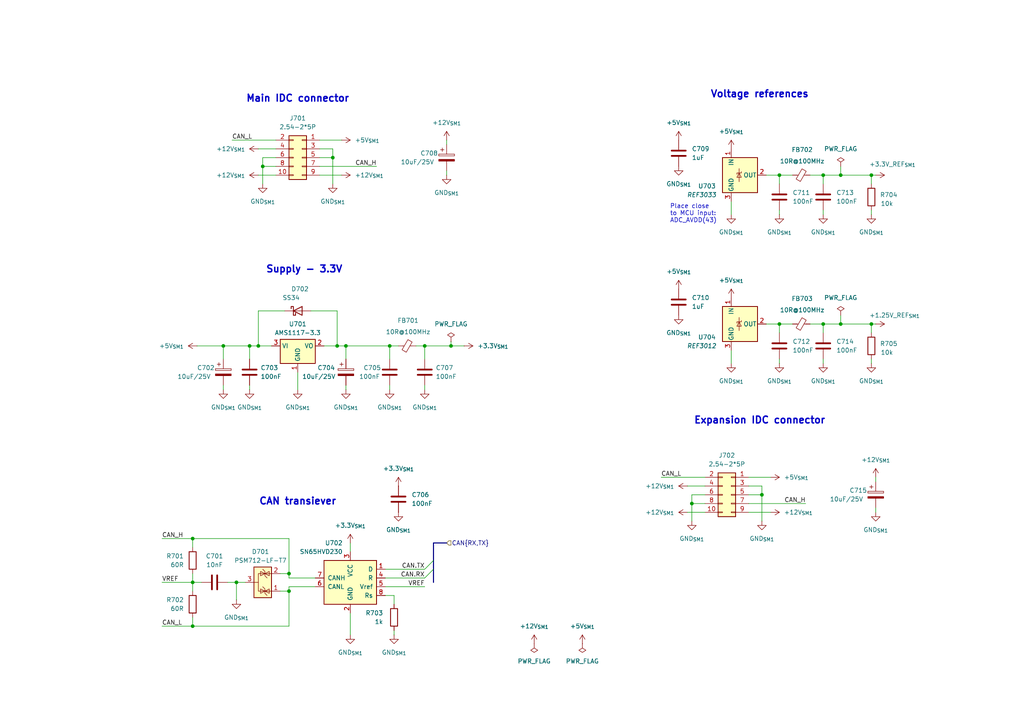
<source format=kicad_sch>
(kicad_sch (version 20231120) (generator "eeschema") (generator_version "8.0")
  (paper "A4")
  (title_block (title "Sensor multi-board") (date "2024-06-17") (rev "${VERSION}") (company "TrendBit s.r.o.") (comment 1 "Designed by: Petr Malaník"))
  (lib_symbols
    (symbol "Connector_Generic:Conn_02x05_Odd_Even" (pin_names (offset 1.016) hide)
      (property "Reference" "J" (at 1.27 7.62 0))
      (property "Value" "Conn_02x05_Odd_Even" (at 1.27 -7.62 0))
      (symbol "Conn_02x05_Odd_Even_1_1"
        (rectangle (start -1.27 -4.953) (end 0 -5.207) (stroke (width 0.1524)))
        (rectangle (start -1.27 -2.413) (end 0 -2.667) (stroke (width 0.1524)))
        (rectangle (start -1.27 0.127) (end 0 -0.127) (stroke (width 0.1524)))
        (rectangle (start -1.27 2.667) (end 0 2.413) (stroke (width 0.1524)))
        (rectangle (start -1.27 5.207) (end 0 4.953) (stroke (width 0.1524)))
        (rectangle (start -1.27 6.35) (end 3.81 -6.35) (stroke (width 0.254)) (fill (type background)))
        (rectangle (start 3.81 -4.953) (end 2.54 -5.207) (stroke (width 0.1524)))
        (rectangle (start 3.81 -2.413) (end 2.54 -2.667) (stroke (width 0.1524)))
        (rectangle (start 3.81 0.127) (end 2.54 -0.127) (stroke (width 0.1524)))
        (rectangle (start 3.81 2.667) (end 2.54 2.413) (stroke (width 0.1524)))
        (rectangle (start 3.81 5.207) (end 2.54 4.953) (stroke (width 0.1524)))
        (pin passive line (at -5.08 5.08 0) (length 3.81) (name "Pin_1") (number "1"))
        (pin passive line (at 7.62 -5.08 180) (length 3.81) (name "Pin_10") (number "10"))
        (pin passive line (at 7.62 5.08 180) (length 3.81) (name "Pin_2") (number "2"))
        (pin passive line (at -5.08 2.54 0) (length 3.81) (name "Pin_3") (number "3"))
        (pin passive line (at 7.62 2.54 180) (length 3.81) (name "Pin_4") (number "4"))
        (pin passive line (at -5.08 0 0) (length 3.81) (name "Pin_5") (number "5"))
        (pin passive line (at 7.62 0 180) (length 3.81) (name "Pin_6") (number "6"))
        (pin passive line (at -5.08 -2.54 0) (length 3.81) (name "Pin_7") (number "7"))
        (pin passive line (at 7.62 -2.54 180) (length 3.81) (name "Pin_8") (number "8"))
        (pin passive line (at -5.08 -5.08 0) (length 3.81) (name "Pin_9") (number "9"))
      )
    )
    (symbol "Device:C" (pin_numbers hide) (pin_names (offset 0.254))
      (property "Reference" "C" (at 0.635 2.54 0))
      (property "Value" "C" (at 0.635 -2.54 0))
      (symbol "C_0_1"
        (polyline (pts (xy -2.032 -0.762) (xy 2.032 -0.762)) (stroke (width 0.508)))
        (polyline (pts (xy -2.032 0.762) (xy 2.032 0.762)) (stroke (width 0.508)))
      )
      (symbol "C_1_1"
        (pin passive line (at 0 3.81 270) (length 2.794) (name "~") (number "1"))
        (pin passive line (at 0 -3.81 90) (length 2.794) (name "~") (number "2"))
      )
    )
    (symbol "Device:C_Polarized" (pin_numbers hide) (pin_names (offset 0.254))
      (property "Reference" "C" (at 0.635 2.54 0))
      (property "Value" "C_Polarized" (at 0.635 -2.54 0))
      (symbol "C_Polarized_0_1"
        (rectangle (start -2.286 0.508) (end 2.286 1.016))
        (polyline (pts (xy -1.778 2.286) (xy -0.762 2.286)))
        (polyline (pts (xy -1.27 2.794) (xy -1.27 1.778)))
        (rectangle (start 2.286 -0.508) (end -2.286 -1.016) (fill (type outline)))
      )
      (symbol "C_Polarized_1_1"
        (pin passive line (at 0 3.81 270) (length 2.794) (name "~") (number "1"))
        (pin passive line (at 0 -3.81 90) (length 2.794) (name "~") (number "2"))
      )
    )
    (symbol "Device:D_Schottky" (pin_numbers hide) (pin_names (offset 1.016) hide)
      (property "Reference" "D" (at 0 2.54 0))
      (property "Value" "D_Schottky" (at 0 -2.54 0))
      (symbol "D_Schottky_0_1"
        (polyline (pts (xy 1.27 0) (xy -1.27 0)))
        (polyline (pts (xy 1.27 1.27) (xy 1.27 -1.27) (xy -1.27 0) (xy 1.27 1.27)) (stroke (width 0.254)))
        (polyline (pts (xy -1.905 0.635) (xy -1.905 1.27) (xy -1.27 1.27) (xy -1.27 -1.27) (xy -0.635 -1.27) (xy -0.635 -0.635)) (stroke (width 0.254)))
      )
      (symbol "D_Schottky_1_1"
        (pin passive line (at -3.81 0 0) (length 2.54) (name "K") (number "1"))
        (pin passive line (at 3.81 0 180) (length 2.54) (name "A") (number "2"))
      )
    )
    (symbol "Device:FerriteBead_Small" (pin_numbers hide) (pin_names (offset 0))
      (property "Reference" "FB" (at 1.905 1.27 0))
      (property "Value" "FerriteBead_Small" (at 1.905 -1.27 0))
      (symbol "FerriteBead_Small_0_1"
        (polyline (pts (xy 0 -1.27) (xy 0 -0.7874)))
        (polyline (pts (xy 0 0.889) (xy 0 1.2954)))
        (polyline (pts (xy -1.8288 0.2794) (xy -1.1176 1.4986) (xy 1.8288 -0.2032) (xy 1.1176 -1.4224) (xy -1.8288 0.2794)))
      )
      (symbol "FerriteBead_Small_1_1"
        (pin passive line (at 0 2.54 270) (length 1.27) (name "~") (number "1"))
        (pin passive line (at 0 -2.54 90) (length 1.27) (name "~") (number "2"))
      )
    )
    (symbol "Device:R" (pin_numbers hide) (pin_names (offset 0))
      (property "Reference" "R" (at 2.032 0 90))
      (property "Value" "R" (at 0 0 90))
      (symbol "R_0_1"
        (rectangle (start -1.016 -2.54) (end 1.016 2.54) (stroke (width 0.254)))
      )
      (symbol "R_1_1"
        (pin passive line (at 0 3.81 270) (length 1.27) (name "~") (number "1"))
        (pin passive line (at 0 -3.81 90) (length 1.27) (name "~") (number "2"))
      )
    )
    (symbol "Interface_CAN_LIN:SN65HVD230" (pin_names (offset 1.016))
      (property "Reference" "U" (at -2.54 10.16 0))
      (property "Value" "SN65HVD230" (at -2.54 7.62 0))
      (symbol "SN65HVD230_0_1"
        (rectangle (start -7.62 5.08) (end 7.62 -7.62) (stroke (width 0.254)) (fill (type background)))
      )
      (symbol "SN65HVD230_1_1"
        (pin input line (at -10.16 2.54 0) (length 2.54) (name "D") (number "1"))
        (pin power_in line (at 0 -10.16 90) (length 2.54) (name "GND") (number "2"))
        (pin power_in line (at 0 7.62 270) (length 2.54) (name "VCC") (number "3"))
        (pin output line (at -10.16 0 0) (length 2.54) (name "R") (number "4"))
        (pin output line (at -10.16 -2.54 0) (length 2.54) (name "Vref") (number "5"))
        (pin bidirectional line (at 10.16 -2.54 180) (length 2.54) (name "CANL") (number "6"))
        (pin bidirectional line (at 10.16 0 180) (length 2.54) (name "CANH") (number "7"))
        (pin input line (at -10.16 -5.08 0) (length 2.54) (name "Rs") (number "8"))
      )
    )
    (symbol "Power_Protection:NUP2105L" (pin_names hide)
      (property "Reference" "D" (at 5.715 2.54 0))
      (property "Value" "NUP2105L" (at 5.715 0.635 0))
      (symbol "NUP2105L_0_0"
        (pin passive line (at 0 -5.08 90) (length 2.54) (name "A") (number "3"))
      )
      (symbol "NUP2105L_0_1"
        (rectangle (start -4.445 2.54) (end 4.445 -2.54) (stroke (width 0.254)) (fill (type background)))
        (polyline (pts (xy -2.54 2.54) (xy -2.54 0.635)))
        (polyline (pts (xy 0 -1.27) (xy 0 -2.54)))
        (polyline (pts (xy 2.54 2.54) (xy 2.54 0.635)))
        (polyline (pts (xy -3.81 1.27) (xy -3.175 0.635) (xy -1.905 0.635) (xy -1.27 0)))
        (polyline (pts (xy -2.54 0.635) (xy -2.54 -1.27) (xy 2.54 -1.27) (xy 2.54 0.635)))
        (polyline (pts (xy -2.54 0.635) (xy -1.905 -0.635) (xy -3.175 -0.635) (xy -2.54 0.635)))
        (polyline (pts (xy 2.54 0.635) (xy 1.905 -0.635) (xy 3.175 -0.635) (xy 2.54 0.635)))
        (polyline (pts (xy 2.54 0.635) (xy 3.175 1.905) (xy 1.905 1.905) (xy 2.54 0.635)))
        (polyline (pts (xy -2.54 0.635) (xy -3.175 1.905) (xy -1.905 1.905) (xy -2.54 0.635) (xy -2.54 1.27)))
        (polyline (pts (xy 1.27 1.27) (xy 1.905 0.635) (xy 2.54 0.635) (xy 3.175 0.635) (xy 3.81 0)))
      )
      (symbol "NUP2105L_1_1"
        (pin passive line (at -2.54 5.08 270) (length 2.54) (name "K") (number "1"))
        (pin passive line (at 2.54 5.08 270) (length 2.54) (name "K") (number "2"))
      )
    )
    (symbol "Reference_Voltage:REF3012" (pin_names (offset 0.254))
      (property "Reference" "U" (at 0 6.35 0))
      (property "Value" "REF3012" (at 2.54 -6.35 0))
      (symbol "REF3012_0_1"
        (rectangle (start -5.08 5.08) (end 5.08 -5.08) (stroke (width 0.254)) (fill (type background)))
        (polyline (pts (xy -0.254 1.905) (xy -0.254 -1.905)))
        (polyline (pts (xy -0.889 -0.635) (xy 0.381 -0.635) (xy -0.254 0.635) (xy -0.889 -0.635)))
        (polyline (pts (xy 0.381 1.016) (xy 0.381 0.635) (xy -0.889 0.635) (xy -0.889 0.254)))
      )
      (symbol "REF3012_1_1"
        (pin power_in line (at -2.54 7.62 270) (length 2.54) (name "IN") (number "1"))
        (pin power_out line (at 7.62 0 180) (length 2.54) (name "OUT") (number "2"))
        (pin power_in line (at -2.54 -7.62 90) (length 2.54) (name "GND") (number "3"))
      )
    )
    (symbol "Reference_Voltage:REF3033" (pin_names (offset 0.254))
      (property "Reference" "U" (at 0 6.35 0))
      (property "Value" "REF3033" (at 2.54 -6.35 0))
      (symbol "REF3033_0_1"
        (rectangle (start -5.08 5.08) (end 5.08 -5.08) (stroke (width 0.254)) (fill (type background)))
        (polyline (pts (xy -0.254 1.905) (xy -0.254 -1.905)))
        (polyline (pts (xy -0.889 -0.635) (xy 0.381 -0.635) (xy -0.254 0.635) (xy -0.889 -0.635)))
        (polyline (pts (xy 0.381 1.016) (xy 0.381 0.635) (xy -0.889 0.635) (xy -0.889 0.254)))
      )
      (symbol "REF3033_1_1"
        (pin power_in line (at -2.54 7.62 270) (length 2.54) (name "IN") (number "1"))
        (pin power_out line (at 7.62 0 180) (length 2.54) (name "OUT") (number "2"))
        (pin power_in line (at -2.54 -7.62 90) (length 2.54) (name "GND") (number "3"))
      )
    )
    (symbol "Regulator_Linear:AMS1117-3.3"
      (property "Reference" "U" (at -3.81 3.175 0))
      (property "Value" "AMS1117-3.3" (at 0 3.175 0))
      (symbol "AMS1117-3.3_0_1"
        (rectangle (start -5.08 -5.08) (end 5.08 1.905) (stroke (width 0.254)) (fill (type background)))
      )
      (symbol "AMS1117-3.3_1_1"
        (pin power_in line (at 0 -7.62 90) (length 2.54) (name "GND") (number "1"))
        (pin power_out line (at 7.62 0 180) (length 2.54) (name "VO") (number "2"))
        (pin power_in line (at -7.62 0 0) (length 2.54) (name "VI") (number "3"))
      )
    )
    (symbol "power:+12V" (power) (pin_numbers hide) (pin_names (offset 0) hide)
      (property "Value" "+12V" (at 0 3.556 0))
      (symbol "+12V_0_1"
        (polyline (pts (xy -0.762 1.27) (xy 0 2.54)))
        (polyline (pts (xy 0 0) (xy 0 2.54)))
        (polyline (pts (xy 0 2.54) (xy 0.762 1.27)))
      )
      (symbol "+12V_1_1"
        (pin power_in line (at 0 0 90) (length 0) (name "~") (number "1"))
      )
    )
    (symbol "power:+3.3V" (power) (pin_numbers hide) (pin_names (offset 0) hide)
      (property "Value" "+3.3V" (at 0 3.556 0))
      (symbol "+3.3V_0_1"
        (polyline (pts (xy -0.762 1.27) (xy 0 2.54)))
        (polyline (pts (xy 0 0) (xy 0 2.54)))
        (polyline (pts (xy 0 2.54) (xy 0.762 1.27)))
      )
      (symbol "+3.3V_1_1"
        (pin power_in line (at 0 0 90) (length 0) (name "~") (number "1"))
      )
    )
    (symbol "power:+5V" (power) (pin_numbers hide) (pin_names (offset 0) hide)
      (property "Value" "+5V" (at 0 3.556 0))
      (symbol "+5V_0_1"
        (polyline (pts (xy -0.762 1.27) (xy 0 2.54)))
        (polyline (pts (xy 0 0) (xy 0 2.54)))
        (polyline (pts (xy 0 2.54) (xy 0.762 1.27)))
      )
      (symbol "+5V_1_1"
        (pin power_in line (at 0 0 90) (length 0) (name "~") (number "1"))
      )
    )
    (symbol "power:GND" (power) (pin_numbers hide) (pin_names (offset 0) hide)
      (property "Value" "GND" (at 0 -3.81 0))
      (symbol "GND_0_1"
        (polyline (pts (xy 0 0) (xy 0 -1.27) (xy 1.27 -1.27) (xy 0 -2.54) (xy -1.27 -1.27) (xy 0 -1.27)))
      )
      (symbol "GND_1_1"
        (pin power_in line (at 0 0 270) (length 0) (name "~") (number "1"))
      )
    )
    (symbol "power:PWR_FLAG" (power) (pin_numbers hide) (pin_names (offset 0) hide)
      (property "Value" "PWR_FLAG" (at 0 3.81 0))
      (symbol "PWR_FLAG_0_0"
        (pin power_out line (at 0 0 90) (length 0) (name "~") (number "1"))
      )
      (symbol "PWR_FLAG_0_1"
        (polyline (pts (xy 0 0) (xy 0 1.27) (xy -1.016 1.905) (xy 0 2.54) (xy 1.016 1.905) (xy 0 1.27)))
      )
    )
  )
  (junction (at 100.33 100.33))
  (junction (at 97.79 100.33))
  (junction (at 238.76 50.8))
  (junction (at 238.76 93.98))
  (junction (at 72.39 100.33))
  (junction (at 123.19 100.33))
  (junction (at 64.77 100.33))
  (junction (at 55.88 156.21))
  (junction (at 76.2 48.26))
  (junction (at 243.84 50.8))
  (junction (at 200.66 146.05))
  (junction (at 226.06 50.8))
  (junction (at 252.73 93.98))
  (junction (at 55.88 168.91))
  (junction (at 83.82 166.37))
  (junction (at 243.84 93.98))
  (junction (at 130.81 100.33))
  (junction (at 226.06 93.98))
  (junction (at 96.52 45.72))
  (junction (at 74.93 100.33))
  (junction (at 68.58 168.91))
  (junction (at 252.73 50.8))
  (junction (at 220.98 143.51))
  (junction (at 55.88 181.61))
  (junction (at 113.03 100.33))
  (junction (at 83.82 171.45))
  (bus_entry (at 125.73 165.1) (size -2.54 2.54))
  (bus_entry (at 125.73 162.56) (size -2.54 2.54))
  (wire (pts (xy 252.73 93.98) (xy 254 93.98)))
  (wire (pts (xy 234.95 93.98) (xy 238.76 93.98)))
  (wire (pts (xy 74.93 43.18) (xy 80.01 43.18)))
  (wire (pts (xy 226.06 93.98) (xy 229.87 93.98)))
  (wire (pts (xy 217.17 143.51) (xy 220.98 143.51)))
  (wire (pts (xy 226.06 60.96) (xy 226.06 62.23)))
  (wire (pts (xy 226.06 50.8) (xy 226.06 53.34)))
  (wire (pts (xy 92.71 43.18) (xy 96.52 43.18)))
  (wire (pts (xy 71.12 168.91) (xy 68.58 168.91)))
  (wire (pts (xy 96.52 43.18) (xy 96.52 45.72)))
  (wire (pts (xy 111.76 165.1) (xy 123.19 165.1)))
  (bus (pts (xy 129.54 157.48) (xy 125.73 157.48)))
  (wire (pts (xy 83.82 156.21) (xy 83.82 166.37)))
  (wire (pts (xy 99.06 50.8) (xy 92.71 50.8)))
  (wire (pts (xy 64.77 113.03) (xy 64.77 111.76)))
  (bus (pts (xy 125.73 165.1) (xy 125.73 168.91)))
  (wire (pts (xy 74.93 50.8) (xy 80.01 50.8)))
  (wire (pts (xy 129.54 40.64) (xy 129.54 41.91)))
  (wire (pts (xy 101.6 157.48) (xy 101.6 160.02)))
  (wire (pts (xy 83.82 181.61) (xy 55.88 181.61)))
  (wire (pts (xy 111.76 172.72) (xy 114.3 172.72)))
  (wire (pts (xy 80.01 40.64) (xy 67.31 40.64)))
  (wire (pts (xy 72.39 113.03) (xy 72.39 111.76)))
  (wire (pts (xy 72.39 100.33) (xy 72.39 104.14)))
  (wire (pts (xy 130.81 99.06) (xy 130.81 100.33)))
  (wire (pts (xy 57.15 100.33) (xy 64.77 100.33)))
  (wire (pts (xy 55.88 168.91) (xy 55.88 171.45)))
  (wire (pts (xy 252.73 104.14) (xy 252.73 105.41)))
  (wire (pts (xy 238.76 50.8) (xy 238.76 53.34)))
  (wire (pts (xy 200.66 146.05) (xy 204.47 146.05)))
  (wire (pts (xy 200.66 146.05) (xy 200.66 151.13)))
  (wire (pts (xy 217.17 146.05) (xy 233.68 146.05)))
  (wire (pts (xy 80.01 45.72) (xy 76.2 45.72)))
  (wire (pts (xy 78.74 100.33) (xy 74.93 100.33)))
  (wire (pts (xy 252.73 50.8) (xy 254 50.8)))
  (wire (pts (xy 212.09 105.41) (xy 212.09 101.6)))
  (wire (pts (xy 123.19 113.03) (xy 123.19 111.76)))
  (wire (pts (xy 217.17 138.43) (xy 223.52 138.43)))
  (wire (pts (xy 204.47 138.43) (xy 191.77 138.43)))
  (wire (pts (xy 243.84 48.26) (xy 243.84 50.8)))
  (wire (pts (xy 123.19 167.64) (xy 111.76 167.64)))
  (wire (pts (xy 96.52 45.72) (xy 96.52 53.34)))
  (wire (pts (xy 238.76 93.98) (xy 243.84 93.98)))
  (wire (pts (xy 243.84 91.44) (xy 243.84 93.98)))
  (wire (pts (xy 238.76 104.14) (xy 238.76 105.41)))
  (wire (pts (xy 113.03 100.33) (xy 115.57 100.33)))
  (wire (pts (xy 212.09 62.23) (xy 212.09 58.42)))
  (wire (pts (xy 55.88 181.61) (xy 46.99 181.61)))
  (wire (pts (xy 226.06 50.8) (xy 229.87 50.8)))
  (wire (pts (xy 55.88 168.91) (xy 46.99 168.91)))
  (wire (pts (xy 83.82 170.18) (xy 83.82 171.45)))
  (wire (pts (xy 83.82 171.45) (xy 81.28 171.45)))
  (wire (pts (xy 238.76 50.8) (xy 243.84 50.8)))
  (wire (pts (xy 55.88 168.91) (xy 55.88 166.37)))
  (wire (pts (xy 55.88 156.21) (xy 55.88 158.75)))
  (wire (pts (xy 90.17 90.17) (xy 97.79 90.17)))
  (wire (pts (xy 130.81 100.33) (xy 134.62 100.33)))
  (wire (pts (xy 76.2 48.26) (xy 80.01 48.26)))
  (wire (pts (xy 82.55 90.17) (xy 74.93 90.17)))
  (wire (pts (xy 91.44 167.64) (xy 83.82 167.64)))
  (wire (pts (xy 74.93 100.33) (xy 72.39 100.33)))
  (wire (pts (xy 91.44 170.18) (xy 83.82 170.18)))
  (wire (pts (xy 100.33 100.33) (xy 100.33 104.14)))
  (wire (pts (xy 220.98 140.97) (xy 220.98 143.51)))
  (wire (pts (xy 100.33 100.33) (xy 113.03 100.33)))
  (wire (pts (xy 129.54 50.8) (xy 129.54 49.53)))
  (wire (pts (xy 222.25 93.98) (xy 226.06 93.98)))
  (wire (pts (xy 76.2 45.72) (xy 76.2 48.26)))
  (wire (pts (xy 55.88 179.07) (xy 55.88 181.61)))
  (wire (pts (xy 92.71 48.26) (xy 109.22 48.26)))
  (bus (pts (xy 125.73 157.48) (xy 125.73 162.56)))
  (wire (pts (xy 97.79 100.33) (xy 100.33 100.33)))
  (wire (pts (xy 200.66 143.51) (xy 200.66 146.05)))
  (wire (pts (xy 199.39 148.59) (xy 204.47 148.59)))
  (wire (pts (xy 238.76 93.98) (xy 238.76 96.52)))
  (wire (pts (xy 243.84 50.8) (xy 252.73 50.8)))
  (wire (pts (xy 204.47 143.51) (xy 200.66 143.51)))
  (wire (pts (xy 199.39 140.97) (xy 204.47 140.97)))
  (wire (pts (xy 220.98 143.51) (xy 220.98 151.13)))
  (wire (pts (xy 222.25 50.8) (xy 226.06 50.8)))
  (wire (pts (xy 123.19 100.33) (xy 123.19 104.14)))
  (wire (pts (xy 97.79 90.17) (xy 97.79 100.33)))
  (wire (pts (xy 123.19 170.18) (xy 111.76 170.18)))
  (wire (pts (xy 114.3 184.15) (xy 114.3 182.88)))
  (wire (pts (xy 93.98 100.33) (xy 97.79 100.33)))
  (wire (pts (xy 76.2 48.26) (xy 76.2 53.34)))
  (wire (pts (xy 58.42 168.91) (xy 55.88 168.91)))
  (wire (pts (xy 74.93 90.17) (xy 74.93 100.33)))
  (wire (pts (xy 83.82 171.45) (xy 83.82 181.61)))
  (wire (pts (xy 238.76 60.96) (xy 238.76 62.23)))
  (wire (pts (xy 223.52 148.59) (xy 217.17 148.59)))
  (wire (pts (xy 252.73 60.96) (xy 252.73 62.23)))
  (wire (pts (xy 55.88 156.21) (xy 46.99 156.21)))
  (wire (pts (xy 83.82 156.21) (xy 55.88 156.21)))
  (bus (pts (xy 125.73 162.56) (xy 125.73 165.1)))
  (wire (pts (xy 226.06 93.98) (xy 226.06 96.52)))
  (wire (pts (xy 68.58 168.91) (xy 68.58 173.99)))
  (wire (pts (xy 86.36 107.95) (xy 86.36 113.03)))
  (wire (pts (xy 68.58 168.91) (xy 66.04 168.91)))
  (wire (pts (xy 254 148.59) (xy 254 147.32)))
  (wire (pts (xy 254 138.43) (xy 254 139.7)))
  (wire (pts (xy 92.71 45.72) (xy 96.52 45.72)))
  (wire (pts (xy 123.19 100.33) (xy 130.81 100.33)))
  (wire (pts (xy 114.3 172.72) (xy 114.3 175.26)))
  (wire (pts (xy 234.95 50.8) (xy 238.76 50.8)))
  (wire (pts (xy 100.33 113.03) (xy 100.33 111.76)))
  (wire (pts (xy 92.71 40.64) (xy 99.06 40.64)))
  (wire (pts (xy 83.82 166.37) (xy 81.28 166.37)))
  (wire (pts (xy 226.06 104.14) (xy 226.06 105.41)))
  (wire (pts (xy 120.65 100.33) (xy 123.19 100.33)))
  (wire (pts (xy 217.17 140.97) (xy 220.98 140.97)))
  (wire (pts (xy 113.03 100.33) (xy 113.03 104.14)))
  (wire (pts (xy 64.77 100.33) (xy 64.77 104.14)))
  (wire (pts (xy 72.39 100.33) (xy 64.77 100.33)))
  (wire (pts (xy 113.03 113.03) (xy 113.03 111.76)))
  (wire (pts (xy 83.82 167.64) (xy 83.82 166.37)))
  (wire (pts (xy 243.84 93.98) (xy 252.73 93.98)))
  (wire (pts (xy 252.73 50.8) (xy 252.73 53.34)))
  (wire (pts (xy 101.6 177.8) (xy 101.6 184.15)))
  (wire (pts (xy 252.73 93.98) (xy 252.73 96.52)))
  (text "Main IDC connector" (at 86.36 29.845 0) (effects (font (size 2 2) (thickness 0.4) (bold yes)) (justify bottom)))
  (text "Expansion IDC connector" (at 220.345 123.19 0) (effects (font (size 2 2) (thickness 0.4) (bold yes)) (justify bottom)))
  (text "Place close\nto MCU input:\nADC_AVDD(43)" (at 194.31 64.77 0) (effects (font (size 1.27 1.27)) (justify left bottom)))
  (text "Voltage references" (at 220.345 28.575 0) (effects (font (size 2 2) (thickness 0.4) (bold yes)) (justify bottom)))
  (text "CAN transiever" (at 86.36 146.685 0) (effects (font (size 2 2) (thickness 0.4) (bold yes)) (justify bottom)))
  (text "Supply - 3.3V" (at 88.265 79.375 0) (effects (font (size 2 2) (thickness 0.4) (bold yes)) (justify bottom)))
  (label "CAN_L" (at 67.31 40.64 0))
  (label "CAN_L" (at 46.99 181.61 0))
  (label "CAN.TX" (at 123.19 165.1 180))
  (label "VREF" (at 46.99 168.91 0))
  (label "VREF" (at 123.19 170.18 180))
  (label "CAN_H" (at 233.68 146.05 180))
  (label "CAN.RX" (at 123.19 167.64 180))
  (label "CAN_L" (at 191.77 138.43 0))
  (label "CAN_H" (at 46.99 156.21 0))
  (label "CAN_H" (at 109.22 48.26 180))
  (hierarchical_label "CAN{RX,TX}" (shape input) (at 129.54 157.48 0))
  (symbol (lib_id "power:GND") (at 68.58 173.99 0) (unit 1)
    (property "Reference" "#PWR0703" (effects (hide yes)))
    (property "Value" "GND_{SM1}" (at 68.58 179.07 0))
    (property "Description" "Power symbol creates a global label with name \"GND\" , ground" (effects (hide yes)))
  )
  (symbol (lib_id "power:GND") (at 212.09 105.41 0) (unit 1)
    (property "Reference" "#PWR0735" (effects (hide yes)))
    (property "Value" "GND_{SM1}" (at 212.09 110.49 0))
    (property "Description" "Power symbol creates a global label with name \"GND\" , ground" (effects (hide yes)))
  )
  (symbol (lib_id "Device:C") (at 62.23 168.91 270) (mirror x) (unit 1)
    (property "Reference" "C701" (at 62.23 161.29 90))
    (property "Value" "10nF" (at 62.23 163.83 90))
    (property "Footprint" "Capacitor_SMD:C_0603_1608Metric" (effects (hide yes)))
    (property "Description" "Unpolarized capacitor" (effects (hide yes)))
    (property "LCSC" "C57112" (effects (hide yes)))
  )
  (symbol (lib_id "power:GND") (at 100.33 113.03 0) (unit 1)
    (property "Reference" "#PWR0712" (effects (hide yes)))
    (property "Value" "GND_{SM1}" (at 100.33 118.11 0))
    (property "Description" "Power symbol creates a global label with name \"GND\" , ground" (effects (hide yes)))
  )
  (symbol (lib_id "power:+5V") (at 223.52 138.43 270) (unit 1)
    (property "Reference" "#PWR0737" (effects (hide yes)))
    (property "Value" "+5V_{SM1}" (at 227.33 138.4299 90) (effects (justify left)))
    (property "Description" "Power symbol creates a global label with name \"+5V\"" (effects (hide yes)))
  )
  (symbol (lib_id "power:PWR_FLAG") (at 154.94 186.69 180) (unit 1)
    (property "Reference" "#FLG0702" (effects (hide yes)))
    (property "Value" "PWR_FLAG" (at 154.94 191.77 0))
    (property "Description" "Special symbol for telling ERC where power comes from" (effects (hide yes)))
  )
  (symbol (lib_id "Device:C_Polarized") (at 100.33 107.95 0) (unit 1)
    (property "Reference" "C704" (at 92.075 106.68 0) (effects (justify left)))
    (property "Value" "10uF/25V" (at 87.63 109.22 0) (effects (justify left)))
    (property "Footprint" "Capacitor_SMD:CP_Elec_4x5.4" (effects (hide yes)))
    (property "LCSC" "C72485" (effects (hide yes)))
    (property "MPN" "RVT1V100M0405" (effects (hide yes)))
  )
  (symbol (lib_id "Device:C") (at 196.85 44.45 0) (unit 1)
    (property "Reference" "C709" (at 200.66 43.1799 0) (effects (justify left)))
    (property "Value" "1uF" (at 200.66 45.7199 0) (effects (justify left)))
    (property "Footprint" "Capacitor_SMD:C_0603_1608Metric" (effects (hide yes)))
    (property "Description" "Unpolarized capacitor" (effects (hide yes)))
    (property "LCSC" "C15849" (effects (hide yes)))
  )
  (symbol (lib_id "Device:C") (at 226.06 57.15 0) (unit 1)
    (property "Reference" "C711" (at 229.87 55.8799 0) (effects (justify left)))
    (property "Value" "100nF" (at 229.87 58.4199 0) (effects (justify left)))
    (property "Footprint" "Capacitor_SMD:C_0603_1608Metric" (effects (hide yes)))
    (property "Description" "Unpolarized capacitor" (effects (hide yes)))
    (property "LCSC" "C14663" (effects (hide yes)))
  )
  (symbol (lib_id "power:GND") (at 72.39 113.03 0) (unit 1)
    (property "Reference" "#PWR0704" (effects (hide yes)))
    (property "Value" "GND_{SM1}" (at 72.39 118.11 0))
    (property "Description" "Power symbol creates a global label with name \"GND\" , ground" (effects (hide yes)))
  )
  (symbol (lib_id "Device:C_Polarized") (at 254 143.51 0) (unit 1)
    (property "Reference" "C715" (at 246.38 142.24 0) (effects (justify left)))
    (property "Value" "10uF/25V" (at 240.665 144.78 0) (effects (justify left)))
    (property "Footprint" "Capacitor_SMD:CP_Elec_4x5.4" (effects (hide yes)))
    (property "LCSC" "C72485" (effects (hide yes)))
    (property "MPN" "RVT1V100M0405" (effects (hide yes)))
  )
  (symbol (lib_id "Device:C") (at 123.19 107.95 0) (unit 1)
    (property "Reference" "C707" (at 126.365 106.68 0) (effects (justify left)))
    (property "Value" "100nF" (at 126.365 109.22 0) (effects (justify left)))
    (property "Footprint" "Capacitor_SMD:C_0603_1608Metric" (effects (hide yes)))
    (property "Description" "Unpolarized capacitor" (effects (hide yes)))
    (property "LCSC" "C14663" (effects (hide yes)))
  )
  (symbol (lib_id "Regulator_Linear:AMS1117-3.3") (at 86.36 100.33 0) (unit 1)
    (property "Reference" "U701" (at 86.36 93.98 0))
    (property "Value" "AMS1117-3.3" (at 86.36 96.52 0))
    (property "Footprint" "Package_TO_SOT_SMD:SOT-223-3_TabPin2" (effects (hide yes)))
    (property "Datasheet" "http://www.advanced-monolithic.com/pdf/ds1117.pdf" (effects (hide yes)))
    (property "Description" "1A Low Dropout regulator, positive, 3.3V fixed output, SOT-223" (effects (hide yes)))
    (property "LCSC" "C6186" (effects (hide yes)))
    (property "MPN" " AMS1117-3.3" (effects (hide yes)))
  )
  (symbol (lib_id "Connector_Generic:Conn_02x05_Odd_Even") (at 87.63 45.72 0) (mirror y) (unit 1)
    (property "Reference" "J701" (at 86.36 34.29 0))
    (property "Value" "2.54-2*5P" (at 86.36 36.83 0))
    (property "Footprint" "Connector_IDC:IDC-Header_2x05_P2.54mm_Vertical" (effects (hide yes)))
    (property "Description" "Generic connector, double row, 02x05, odd/even pin numbering scheme (row 1 odd numbers, row 2 even numbers), script generated (kicad-library-utils/schlib/autogen/connector/)" (effects (hide yes)))
    (property "LCSC" "C5665" (effects (hide yes)))
    (property "MPN" " 2.54-2*5P" (effects (hide yes)))
  )
  (symbol (lib_id "power:+5V") (at 57.15 100.33 90) (unit 1)
    (property "Reference" "#PWR0701" (effects (hide yes)))
    (property "Value" "+5V_{SM1}" (at 53.34 100.3299 90) (effects (justify left)))
    (property "Description" "Power symbol creates a global label with name \"+5V\"" (effects (hide yes)))
  )
  (symbol (lib_id "Device:C") (at 115.57 144.78 0) (unit 1)
    (property "Reference" "C706" (at 119.38 143.5099 0) (effects (justify left)))
    (property "Value" "100nF" (at 119.38 146.0499 0) (effects (justify left)))
    (property "Footprint" "Capacitor_SMD:C_0603_1608Metric" (effects (hide yes)))
    (property "Description" "Unpolarized capacitor" (effects (hide yes)))
    (property "LCSC" "C14663" (effects (hide yes)))
  )
  (symbol (lib_id "Device:R") (at 55.88 175.26 0) (mirror y) (unit 1)
    (property "Reference" "R702" (at 53.34 173.9899 0) (effects (justify left)))
    (property "Value" "60R" (at 53.34 176.5299 0) (effects (justify left)))
    (property "Footprint" "Resistor_SMD:R_1206_3216Metric" (effects (hide yes)))
    (property "Description" "Resistor" (effects (hide yes)))
    (property "LCSC" "C144481" (effects (hide yes)))
  )
  (symbol (lib_id "power:+12V") (at 129.54 40.64 0) (unit 1)
    (property "Reference" "#PWR0720" (effects (hide yes)))
    (property "Value" "+12V_{SM1}" (at 129.54 35.56 0))
    (property "Description" "Power symbol creates a global label with name \"+12V\"" (effects (hide yes)))
  )
  (symbol (lib_id "power:+12V") (at 99.06 50.8 270) (unit 1)
    (property "Reference" "#PWR0711" (effects (hide yes)))
    (property "Value" "+12V_{SM1}" (at 102.87 50.7999 90) (effects (justify left)))
    (property "Description" "Power symbol creates a global label with name \"+12V\"" (effects (hide yes)))
  )
  (symbol (lib_id "power:GND") (at 101.6 184.15 0) (unit 1)
    (property "Reference" "#PWR0714" (effects (hide yes)))
    (property "Value" "GND_{SM1}" (at 101.6 189.23 0))
    (property "Description" "Power symbol creates a global label with name \"GND\" , ground" (effects (hide yes)))
  )
  (symbol (lib_id "power:GND") (at 252.73 105.41 0) (unit 1)
    (property "Reference" "#PWR0744" (effects (hide yes)))
    (property "Value" "GND_{SM1}" (at 252.73 110.49 0))
    (property "Description" "Power symbol creates a global label with name \"GND\" , ground" (effects (hide yes)))
  )
  (symbol (lib_id "power:+5V") (at 196.85 83.82 0) (unit 1)
    (property "Reference" "#PWR0727" (effects (hide yes)))
    (property "Value" "+5V_{SM1}" (at 196.85 78.74 0))
    (property "Description" "Power symbol creates a global label with name \"+5V\"" (effects (hide yes)))
  )
  (symbol (lib_id "power:GND") (at 114.3 184.15 0) (unit 1)
    (property "Reference" "#PWR0716" (effects (hide yes)))
    (property "Value" "GND_{SM1}" (at 114.3 189.23 0))
    (property "Description" "Power symbol creates a global label with name \"GND\" , ground" (effects (hide yes)))
  )
  (symbol (lib_id "power:+12V") (at 74.93 50.8 90) (unit 1)
    (property "Reference" "#PWR0706" (effects (hide yes)))
    (property "Value" "+12V_{SM1}" (at 71.12 50.7999 90) (effects (justify left)))
    (property "Description" "Power symbol creates a global label with name \"+12V\"" (effects (hide yes)))
  )
  (symbol (lib_id "power:GND") (at 113.03 113.03 0) (unit 1)
    (property "Reference" "#PWR0715" (effects (hide yes)))
    (property "Value" "GND_{SM1}" (at 113.03 118.11 0))
    (property "Description" "Power symbol creates a global label with name \"GND\" , ground" (effects (hide yes)))
  )
  (symbol (lib_id "power:GND") (at 196.85 48.26 0) (unit 1)
    (property "Reference" "#PWR0726" (effects (hide yes)))
    (property "Value" "GND_{SM1}" (at 196.85 53.34 0))
    (property "Description" "Power symbol creates a global label with name \"GND\" , ground" (effects (hide yes)))
  )
  (symbol (lib_id "Device:R") (at 114.3 179.07 180) (unit 1)
    (property "Reference" "R703" (at 111.125 177.8 0) (effects (justify left)))
    (property "Value" "1k" (at 111.125 180.34 0) (effects (justify left)))
    (property "Footprint" "Resistor_SMD:R_0603_1608Metric" (effects (hide yes)))
    (property "LCSC" "C21190" (effects (hide yes)))
  )
  (symbol (lib_id "power:GND") (at 200.66 151.13 0) (unit 1)
    (property "Reference" "#PWR0731" (effects (hide yes)))
    (property "Value" "GND_{SM1}" (at 200.66 156.21 0))
    (property "Description" "Power symbol creates a global label with name \"GND\" , ground" (effects (hide yes)))
  )
  (symbol (lib_id "power:+5V") (at 99.06 40.64 270) (unit 1)
    (property "Reference" "#PWR0710" (effects (hide yes)))
    (property "Value" "+5V_{SM1}" (at 102.87 40.6399 90) (effects (justify left)))
    (property "Description" "Power symbol creates a global label with name \"+5V\"" (effects (hide yes)))
  )
  (symbol (lib_id "power:+3.3V") (at 254 93.98 270) (unit 1)
    (property "Reference" "#PWR0746" (effects (hide yes)))
    (property "Value" "+1.25V_REF_{SM1}" (at 252.095 91.44 90) (effects (justify left)))
    (property "Description" "Power symbol creates a global label with name \"+3.3V\"" (effects (hide yes)))
  )
  (symbol (lib_id "Device:R") (at 252.73 57.15 180) (unit 1)
    (property "Reference" "R704" (at 260.35 56.515 0) (effects (justify left)))
    (property "Value" "10k" (at 259.08 59.055 0) (effects (justify left)))
    (property "Footprint" "Resistor_SMD:R_0603_1608Metric" (effects (hide yes)))
    (property "LCSC" "C25804" (effects (hide yes)))
  )
  (symbol (lib_id "power:GND") (at 96.52 53.34 0) (unit 1)
    (property "Reference" "#PWR0709" (effects (hide yes)))
    (property "Value" "GND_{SM1}" (at 96.52 58.42 0))
    (property "Description" "Power symbol creates a global label with name \"GND\" , ground" (effects (hide yes)))
  )
  (symbol (lib_id "Device:FerriteBead_Small") (at 118.11 100.33 90) (unit 1)
    (property "Reference" "FB701" (at 118.364 92.964 90))
    (property "Value" "10R@100MHz" (at 118.364 96.266 90))
    (property "Footprint" "Inductor_SMD:L_0603_1608Metric" (effects (hide yes)))
    (property "Description" "Ferrite bead, small symbol" (effects (hide yes)))
    (property "Link" "https://cz.mouser.com/ProductDetail/Murata-Electronics/BLM21PG220SN1D?qs=tuW2Z%252BT4A0yqSWmso6vkmg%3D%3D" (effects (hide yes)))
    (property "MPN" " GZ1608D601TF" (effects (hide yes)))
    (property "MPNA" "BLE18PK100SN1D" (effects (hide yes)))
    (property "Mouser" "https://cz.mouser.com/ProductDetail/Murata-Electronics/BLE18PK100SN1D?qs=W%2FMpXkg%252BdQ6tzBmLeY1psA%3D%3D" (effects (hide yes)))
    (property "LCSC" "C2971881" (effects (hide yes)))
  )
  (symbol (lib_id "Interface_CAN_LIN:SN65HVD230") (at 101.6 167.64 0) (mirror y) (unit 1)
    (property "Reference" "U702" (at 99.4059 157.48 0) (effects (justify left)))
    (property "Value" "SN65HVD230" (at 99.4059 160.02 0) (effects (justify left)))
    (property "Footprint" "Package_SO:SOIC-8_3.9x4.9mm_P1.27mm" (effects (hide yes)))
    (property "Datasheet" "http://www.ti.com/lit/ds/symlink/sn65hvd230.pdf" (effects (hide yes)))
    (property "Description" "CAN Bus Transceivers, 3.3V, 1Mbps, Low-Power capabilities, SOIC-8" (effects (hide yes)))
    (property "Mouser" "https://cz.mouser.com/ProductDetail/Texas-Instruments/SN65HVD230DR?qs=QViXGNcIEAtifeQR3pYVUQ%3D%3D" (effects (hide yes)))
    (property "MPN" "SN65HVD230DR" (effects (hide yes)))
    (property "LCSC" "C12084" (effects (hide yes)))
  )
  (symbol (lib_id "Connector_Generic:Conn_02x05_Odd_Even") (at 212.09 143.51 0) (mirror y) (unit 1)
    (property "Reference" "J702" (at 210.82 132.08 0))
    (property "Value" "2.54-2*5P" (at 210.82 134.62 0))
    (property "Footprint" "Connector_IDC:IDC-Header_2x05_P2.54mm_Vertical" (effects (hide yes)))
    (property "Description" "Generic connector, double row, 02x05, odd/even pin numbering scheme (row 1 odd numbers, row 2 even numbers), script generated (kicad-library-utils/schlib/autogen/connector/)" (effects (hide yes)))
    (property "LCSC" "C5665" (effects (hide yes)))
    (property "MPN" " 2.54-2*5P" (effects (hide yes)))
  )
  (symbol (lib_id "power:GND") (at 123.19 113.03 0) (unit 1)
    (property "Reference" "#PWR0719" (effects (hide yes)))
    (property "Value" "GND_{SM1}" (at 123.19 118.11 0))
    (property "Description" "Power symbol creates a global label with name \"GND\" , ground" (effects (hide yes)))
  )
  (symbol (lib_id "power:+3.3V") (at 115.57 140.97 0) (unit 1)
    (property "Reference" "#PWR0717" (effects (hide yes)))
    (property "Value" "+3.3V_{SM1}" (at 115.57 135.89 0))
    (property "Description" "Power symbol creates a global label with name \"+3.3V\"" (effects (hide yes)))
  )
  (symbol (lib_id "Reference_Voltage:REF3012") (at 214.63 93.98 0) (unit 1)
    (property "Reference" "U704" (at 207.645 97.79 0) (effects (justify right)))
    (property "Value" "REF3012" (at 207.645 100.33 0) (effects (font (italic yes)) (justify right)))
    (property "Footprint" "Package_TO_SOT_SMD:SOT-23" (effects (hide yes)))
    (property "Datasheet" "http://www.ti.com/lit/ds/symlink/ref3033.pdf" (effects (hide yes)))
    (property "Description" "1.25V 50-ppm/°C Max, 50-μA, CMOS Voltage Reference, SOT-23-3" (effects (hide yes)))
    (property "LCSC" "C34674" (effects (hide yes)))
    (property "MPN" "REF3012AIDBZR" (effects (hide yes)))
  )
  (symbol (lib_id "Device:C_Polarized") (at 64.77 107.95 0) (unit 1)
    (property "Reference" "C702" (at 57.15 106.68 0) (effects (justify left)))
    (property "Value" "10uF/25V" (at 51.435 109.22 0) (effects (justify left)))
    (property "Footprint" "Capacitor_SMD:CP_Elec_4x5.4" (effects (hide yes)))
    (property "LCSC" "C72485" (effects (hide yes)))
    (property "MPN" "RVT1V100M0405" (effects (hide yes)))
  )
  (symbol (lib_id "power:+5V") (at 212.09 86.36 0) (unit 1)
    (property "Reference" "#PWR0734" (effects (hide yes)))
    (property "Value" "+5V_{SM1}" (at 212.09 81.28 0))
    (property "Description" "Power symbol creates a global label with name \"+5V\"" (effects (hide yes)))
  )
  (symbol (lib_id "power:+3.3V") (at 134.62 100.33 270) (unit 1)
    (property "Reference" "#PWR0722" (effects (hide yes)))
    (property "Value" "+3.3V_{SM1}" (at 138.43 100.3299 90) (effects (justify left)))
    (property "Description" "Power symbol creates a global label with name \"+3.3V\"" (effects (hide yes)))
  )
  (symbol (lib_id "Device:D_Schottky") (at 86.36 90.17 0) (unit 1)
    (property "Reference" "D702" (at 84.455 83.82 0) (effects (justify left)))
    (property "Value" "SS34" (at 81.915 86.36 0) (effects (justify left)))
    (property "Footprint" "Diode_SMD:D_SMA" (effects (hide yes)))
    (property "Description" "Schottky diode" (effects (hide yes)))
    (property "Link" "https://cz.mouser.com/ProductDetail/Comchip-Technology/CDBA340-HF?qs=sGAEpiMZZMtbRapU8LlZD7Jimkw4KnZBmcvzrUXABj8%3D" (effects (hide yes)))
    (property "Mouser" "https://cz.mouser.com/ProductDetail/Comchip-Technology/CDBA340-HF?qs=2qJf6qQ4IOK2MGmBCnkoYw%3D%3D" (effects (hide yes)))
    (property "MPNA" "SS34" (effects (hide yes)))
    (property "LCSC" "C8678" (effects (hide yes)))
    (property "MPN" "SS34" (effects (hide yes)))
  )
  (symbol (lib_id "Device:C") (at 113.03 107.95 0) (unit 1)
    (property "Reference" "C705" (at 105.41 106.68 0) (effects (justify left)))
    (property "Value" "100nF" (at 104.14 109.22 0) (effects (justify left)))
    (property "Footprint" "Capacitor_SMD:C_0603_1608Metric" (effects (hide yes)))
    (property "Description" "Unpolarized capacitor" (effects (hide yes)))
    (property "LCSC" "C14663" (effects (hide yes)))
  )
  (symbol (lib_id "power:PWR_FLAG") (at 130.81 99.06 0) (unit 1)
    (property "Reference" "#FLG0701" (effects (hide yes)))
    (property "Value" "PWR_FLAG" (at 130.81 93.98 0))
    (property "Description" "Special symbol for telling ERC where power comes from" (effects (hide yes)))
  )
  (symbol (lib_id "Device:C_Polarized") (at 129.54 45.72 0) (unit 1)
    (property "Reference" "C708" (at 121.92 44.45 0) (effects (justify left)))
    (property "Value" "10uF/25V" (at 116.205 46.99 0) (effects (justify left)))
    (property "Footprint" "Capacitor_SMD:CP_Elec_4x5.4" (effects (hide yes)))
    (property "LCSC" "C72485" (effects (hide yes)))
    (property "MPN" "RVT1V100M0405" (effects (hide yes)))
  )
  (symbol (lib_id "Device:FerriteBead_Small") (at 232.41 93.98 90) (unit 1)
    (property "Reference" "FB703" (at 232.664 86.614 90))
    (property "Value" "10R@100MHz" (at 232.664 89.916 90))
    (property "Footprint" "Inductor_SMD:L_0603_1608Metric" (effects (hide yes)))
    (property "Description" "Ferrite bead, small symbol" (effects (hide yes)))
    (property "Link" "https://cz.mouser.com/ProductDetail/Murata-Electronics/BLM21PG220SN1D?qs=tuW2Z%252BT4A0yqSWmso6vkmg%3D%3D" (effects (hide yes)))
    (property "MPN" " GZ1608D601TF" (effects (hide yes)))
    (property "MPNA" "BLE18PK100SN1D" (effects (hide yes)))
    (property "Mouser" "https://cz.mouser.com/ProductDetail/Murata-Electronics/BLE18PK100SN1D?qs=W%2FMpXkg%252BdQ6tzBmLeY1psA%3D%3D" (effects (hide yes)))
    (property "LCSC" "C2971881" (effects (hide yes)))
  )
  (symbol (lib_id "Device:C") (at 238.76 100.33 0) (unit 1)
    (property "Reference" "C714" (at 242.57 99.0599 0) (effects (justify left)))
    (property "Value" "100nF" (at 242.57 101.5999 0) (effects (justify left)))
    (property "Footprint" "Capacitor_SMD:C_0603_1608Metric" (effects (hide yes)))
    (property "Description" "Unpolarized capacitor" (effects (hide yes)))
    (property "LCSC" "C14663" (effects (hide yes)))
  )
  (symbol (lib_id "power:GND") (at 226.06 62.23 0) (unit 1)
    (property "Reference" "#PWR0739" (effects (hide yes)))
    (property "Value" "GND_{SM1}" (at 226.06 67.31 0))
    (property "Description" "Power symbol creates a global label with name \"GND\" , ground" (effects (hide yes)))
  )
  (symbol (lib_id "Device:C") (at 196.85 87.63 0) (unit 1)
    (property "Reference" "C710" (at 200.66 86.3599 0) (effects (justify left)))
    (property "Value" "1uF" (at 200.66 88.8999 0) (effects (justify left)))
    (property "Footprint" "Capacitor_SMD:C_0603_1608Metric" (effects (hide yes)))
    (property "Description" "Unpolarized capacitor" (effects (hide yes)))
    (property "LCSC" "C15849" (effects (hide yes)))
  )
  (symbol (lib_id "power:+12V") (at 154.94 186.69 0) (unit 1)
    (property "Reference" "#PWR0723" (effects (hide yes)))
    (property "Value" "+12V_{SM1}" (at 154.94 181.61 0))
    (property "Description" "Power symbol creates a global label with name \"+12V\"" (effects (hide yes)))
  )
  (symbol (lib_id "power:+5V") (at 212.09 43.18 0) (unit 1)
    (property "Reference" "#PWR0732" (effects (hide yes)))
    (property "Value" "+5V_{SM1}" (at 212.09 38.1 0))
    (property "Description" "Power symbol creates a global label with name \"+5V\"" (effects (hide yes)))
  )
  (symbol (lib_id "power:PWR_FLAG") (at 243.84 91.44 0) (unit 1)
    (property "Reference" "#FLG0705" (effects (hide yes)))
    (property "Value" "PWR_FLAG" (at 243.84 86.36 0))
    (property "Description" "Special symbol for telling ERC where power comes from" (effects (hide yes)))
  )
  (symbol (lib_id "power:+3.3V") (at 101.6 157.48 0) (unit 1)
    (property "Reference" "#PWR0713" (effects (hide yes)))
    (property "Value" "+3.3V_{SM1}" (at 101.6 152.4 0))
    (property "Description" "Power symbol creates a global label with name \"+3.3V\"" (effects (hide yes)))
  )
  (symbol (lib_id "Device:C") (at 72.39 107.95 0) (unit 1)
    (property "Reference" "C703" (at 75.565 106.68 0) (effects (justify left)))
    (property "Value" "100nF" (at 75.565 109.22 0) (effects (justify left)))
    (property "Footprint" "Capacitor_SMD:C_0603_1608Metric" (effects (hide yes)))
    (property "Description" "Unpolarized capacitor" (effects (hide yes)))
    (property "LCSC" "C14663" (effects (hide yes)))
  )
  (symbol (lib_id "Device:FerriteBead_Small") (at 232.41 50.8 90) (unit 1)
    (property "Reference" "FB702" (at 232.664 43.434 90))
    (property "Value" "10R@100MHz" (at 232.664 46.736 90))
    (property "Footprint" "Inductor_SMD:L_0603_1608Metric" (effects (hide yes)))
    (property "Description" "Ferrite bead, small symbol" (effects (hide yes)))
    (property "Link" "https://cz.mouser.com/ProductDetail/Murata-Electronics/BLM21PG220SN1D?qs=tuW2Z%252BT4A0yqSWmso6vkmg%3D%3D" (effects (hide yes)))
    (property "MPN" " GZ1608D601TF" (effects (hide yes)))
    (property "MPNA" "BLE18PK100SN1D" (effects (hide yes)))
    (property "Mouser" "https://cz.mouser.com/ProductDetail/Murata-Electronics/BLE18PK100SN1D?qs=W%2FMpXkg%252BdQ6tzBmLeY1psA%3D%3D" (effects (hide yes)))
    (property "LCSC" "C2971881" (effects (hide yes)))
  )
  (symbol (lib_id "Device:R") (at 55.88 162.56 0) (mirror y) (unit 1)
    (property "Reference" "R701" (at 53.34 161.2899 0) (effects (justify left)))
    (property "Value" "60R" (at 53.34 163.8299 0) (effects (justify left)))
    (property "Footprint" "Resistor_SMD:R_1206_3216Metric" (effects (hide yes)))
    (property "Description" "Resistor" (effects (hide yes)))
    (property "LCSC" "C144481" (effects (hide yes)))
  )
  (symbol (lib_id "power:GND") (at 115.57 148.59 0) (unit 1)
    (property "Reference" "#PWR0718" (effects (hide yes)))
    (property "Value" "GND_{SM1}" (at 115.57 153.67 0))
    (property "Description" "Power symbol creates a global label with name \"GND\" , ground" (effects (hide yes)))
  )
  (symbol (lib_id "power:GND") (at 254 148.59 0) (unit 1)
    (property "Reference" "#PWR0748" (effects (hide yes)))
    (property "Value" "GND_{SM1}" (at 254 153.67 0))
    (property "Description" "Power symbol creates a global label with name \"GND\" , ground" (effects (hide yes)))
  )
  (symbol (lib_id "power:GND") (at 76.2 53.34 0) (unit 1)
    (property "Reference" "#PWR0707" (effects (hide yes)))
    (property "Value" "GND_{SM1}" (at 76.2 58.42 0))
    (property "Description" "Power symbol creates a global label with name \"GND\" , ground" (effects (hide yes)))
  )
  (symbol (lib_id "power:GND") (at 238.76 62.23 0) (unit 1)
    (property "Reference" "#PWR0741" (effects (hide yes)))
    (property "Value" "GND_{SM1}" (at 238.76 67.31 0))
    (property "Description" "Power symbol creates a global label with name \"GND\" , ground" (effects (hide yes)))
  )
  (symbol (lib_id "Device:R") (at 252.73 100.33 180) (unit 1)
    (property "Reference" "R705" (at 260.35 99.695 0) (effects (justify left)))
    (property "Value" "10k" (at 259.08 102.235 0) (effects (justify left)))
    (property "Footprint" "Resistor_SMD:R_0603_1608Metric" (effects (hide yes)))
    (property "LCSC" "C25804" (effects (hide yes)))
  )
  (symbol (lib_id "Device:C") (at 238.76 57.15 0) (unit 1)
    (property "Reference" "C713" (at 242.57 55.8799 0) (effects (justify left)))
    (property "Value" "100nF" (at 242.57 58.4199 0) (effects (justify left)))
    (property "Footprint" "Capacitor_SMD:C_0603_1608Metric" (effects (hide yes)))
    (property "Description" "Unpolarized capacitor" (effects (hide yes)))
    (property "LCSC" "C14663" (effects (hide yes)))
  )
  (symbol (lib_id "power:GND") (at 220.98 151.13 0) (unit 1)
    (property "Reference" "#PWR0736" (effects (hide yes)))
    (property "Value" "GND_{SM1}" (at 220.98 156.21 0))
    (property "Description" "Power symbol creates a global label with name \"GND\" , ground" (effects (hide yes)))
  )
  (symbol (lib_id "power:+3.3V") (at 254 50.8 270) (unit 1)
    (property "Reference" "#PWR0745" (effects (hide yes)))
    (property "Value" "+3.3V_REF_{SM1}" (at 252.095 47.625 90) (effects (justify left)))
    (property "Description" "Power symbol creates a global label with name \"+3.3V\"" (effects (hide yes)))
  )
  (symbol (lib_id "power:GND") (at 252.73 62.23 0) (unit 1)
    (property "Reference" "#PWR0743" (effects (hide yes)))
    (property "Value" "GND_{SM1}" (at 252.73 67.31 0))
    (property "Description" "Power symbol creates a global label with name \"GND\" , ground" (effects (hide yes)))
  )
  (symbol (lib_id "Device:C") (at 226.06 100.33 0) (unit 1)
    (property "Reference" "C712" (at 229.87 99.0599 0) (effects (justify left)))
    (property "Value" "100nF" (at 229.87 101.5999 0) (effects (justify left)))
    (property "Footprint" "Capacitor_SMD:C_0603_1608Metric" (effects (hide yes)))
    (property "Description" "Unpolarized capacitor" (effects (hide yes)))
    (property "LCSC" "C14663" (effects (hide yes)))
  )
  (symbol (lib_id "power:+12V") (at 199.39 148.59 90) (unit 1)
    (property "Reference" "#PWR0730" (effects (hide yes)))
    (property "Value" "+12V_{SM1}" (at 195.58 148.5899 90) (effects (justify left)))
    (property "Description" "Power symbol creates a global label with name \"+12V\"" (effects (hide yes)))
  )
  (symbol (lib_id "power:GND") (at 64.77 113.03 0) (unit 1)
    (property "Reference" "#PWR0702" (effects (hide yes)))
    (property "Value" "GND_{SM1}" (at 64.77 118.11 0))
    (property "Description" "Power symbol creates a global label with name \"GND\" , ground" (effects (hide yes)))
  )
  (symbol (lib_id "power:+12V") (at 199.39 140.97 90) (unit 1)
    (property "Reference" "#PWR0729" (effects (hide yes)))
    (property "Value" "+12V_{SM1}" (at 195.58 140.9699 90) (effects (justify left)))
    (property "Description" "Power symbol creates a global label with name \"+12V\"" (effects (hide yes)))
  )
  (symbol (lib_id "power:GND") (at 196.85 91.44 0) (unit 1)
    (property "Reference" "#PWR0728" (effects (hide yes)))
    (property "Value" "GND_{SM1}" (at 196.85 96.52 0))
    (property "Description" "Power symbol creates a global label with name \"GND\" , ground" (effects (hide yes)))
  )
  (symbol (lib_id "power:+5V") (at 196.85 40.64 0) (unit 1)
    (property "Reference" "#PWR0725" (effects (hide yes)))
    (property "Value" "+5V_{SM1}" (at 196.85 35.56 0))
    (property "Description" "Power symbol creates a global label with name \"+5V\"" (effects (hide yes)))
  )
  (symbol (lib_id "power:+12V") (at 254 138.43 0) (unit 1)
    (property "Reference" "#PWR0747" (effects (hide yes)))
    (property "Value" "+12V_{SM1}" (at 254 133.35 0))
    (property "Description" "Power symbol creates a global label with name \"+12V\"" (effects (hide yes)))
  )
  (symbol (lib_id "power:GND") (at 238.76 105.41 0) (unit 1)
    (property "Reference" "#PWR0742" (effects (hide yes)))
    (property "Value" "GND_{SM1}" (at 238.76 110.49 0))
    (property "Description" "Power symbol creates a global label with name \"GND\" , ground" (effects (hide yes)))
  )
  (symbol (lib_id "power:PWR_FLAG") (at 243.84 48.26 0) (unit 1)
    (property "Reference" "#FLG0704" (effects (hide yes)))
    (property "Value" "PWR_FLAG" (at 243.84 43.18 0))
    (property "Description" "Special symbol for telling ERC where power comes from" (effects (hide yes)))
  )
  (symbol (lib_id "power:GND") (at 226.06 105.41 0) (unit 1)
    (property "Reference" "#PWR0740" (effects (hide yes)))
    (property "Value" "GND_{SM1}" (at 226.06 110.49 0))
    (property "Description" "Power symbol creates a global label with name \"GND\" , ground" (effects (hide yes)))
  )
  (symbol (lib_id "power:PWR_FLAG") (at 168.91 186.69 180) (unit 1)
    (property "Reference" "#FLG0703" (effects (hide yes)))
    (property "Value" "PWR_FLAG" (at 168.91 191.77 0))
    (property "Description" "Special symbol for telling ERC where power comes from" (effects (hide yes)))
  )
  (symbol (lib_id "power:+5V") (at 168.91 186.69 0) (unit 1)
    (property "Reference" "#PWR0724" (effects (hide yes)))
    (property "Value" "+5V_{SM1}" (at 168.91 181.61 0))
    (property "Description" "Power symbol creates a global label with name \"+5V\"" (effects (hide yes)))
  )
  (symbol (lib_id "power:GND") (at 86.36 113.03 0) (unit 1)
    (property "Reference" "#PWR0708" (effects (hide yes)))
    (property "Value" "GND_{SM1}" (at 86.36 118.11 0))
    (property "Description" "Power symbol creates a global label with name \"GND\" , ground" (effects (hide yes)))
  )
  (symbol (lib_id "power:+12V") (at 74.93 43.18 90) (unit 1)
    (property "Reference" "#PWR0705" (effects (hide yes)))
    (property "Value" "+12V_{SM1}" (at 71.12 43.1799 90) (effects (justify left)))
    (property "Description" "Power symbol creates a global label with name \"+12V\"" (effects (hide yes)))
  )
  (symbol (lib_id "power:+12V") (at 223.52 148.59 270) (unit 1)
    (property "Reference" "#PWR0738" (effects (hide yes)))
    (property "Value" "+12V_{SM1}" (at 227.33 148.5899 90) (effects (justify left)))
    (property "Description" "Power symbol creates a global label with name \"+12V\"" (effects (hide yes)))
  )
  (symbol (lib_id "Power_Protection:NUP2105L") (at 76.2 168.91 270) (mirror x) (unit 1)
    (property "Reference" "D701" (at 75.565 160.02 90))
    (property "Value" "PSM712-LF-T7" (at 75.565 162.56 90))
    (property "Footprint" "Package_TO_SOT_SMD:SOT-23" (effects (hide yes)))
    (property "Datasheet" "https://www.onsemi.com/pub_link/Collateral/NUP2105L-D.PDF" (effects (hide yes)))
    (property "Description" "Dual Line CAN Bus Protector, 24Vrwm" (effects (hide yes)))
    (property "Mouser" "https://cz.mouser.com/ProductDetail/onsemi/SZNUP2105LT1G?qs=PJJcWtbOkNWqqZbXH80dfQ%3D%3D" (effects (hide yes)))
    (property "MPN" "PSM712-LF-T7" (effects (hide yes)))
    (property "MPNA" "SZNUP2105LT1G" (effects (hide yes)))
    (property "LCSC" "C32677" (effects (hide yes)))
  )
  (symbol (lib_id "Reference_Voltage:REF3033") (at 214.63 50.8 0) (unit 1)
    (property "Reference" "U703" (at 207.645 53.975 0) (effects (justify right)))
    (property "Value" "REF3033" (at 207.645 56.515 0) (effects (font (italic yes)) (justify right)))
    (property "Footprint" "Package_TO_SOT_SMD:SOT-23" (effects (hide yes)))
    (property "Datasheet" "http://www.ti.com/lit/ds/symlink/ref3033.pdf" (effects (hide yes)))
    (property "Description" "3.3V 50-ppm/°C Max, 50-μA, CMOS Voltage Reference, SOT-23-3" (effects (hide yes)))
    (property "LCSC" "C36658" (effects (hide yes)))
    (property "MPN" "REF3033AIDBZR" (effects (hide yes)))
  )
  (symbol (lib_id "power:GND") (at 212.09 62.23 0) (unit 1)
    (property "Reference" "#PWR0733" (effects (hide yes)))
    (property "Value" "GND_{SM1}" (at 212.09 67.31 0))
    (property "Description" "Power symbol creates a global label with name \"GND\" , ground" (effects (hide yes)))
  )
  (symbol (lib_id "power:GND") (at 129.54 50.8 0) (unit 1)
    (property "Reference" "#PWR0721" (effects (hide yes)))
    (property "Value" "GND_{SM1}" (at 129.54 55.88 0))
    (property "Description" "Power symbol creates a global label with name \"GND\" , ground" (effects (hide yes)))
  )
)
</source>
